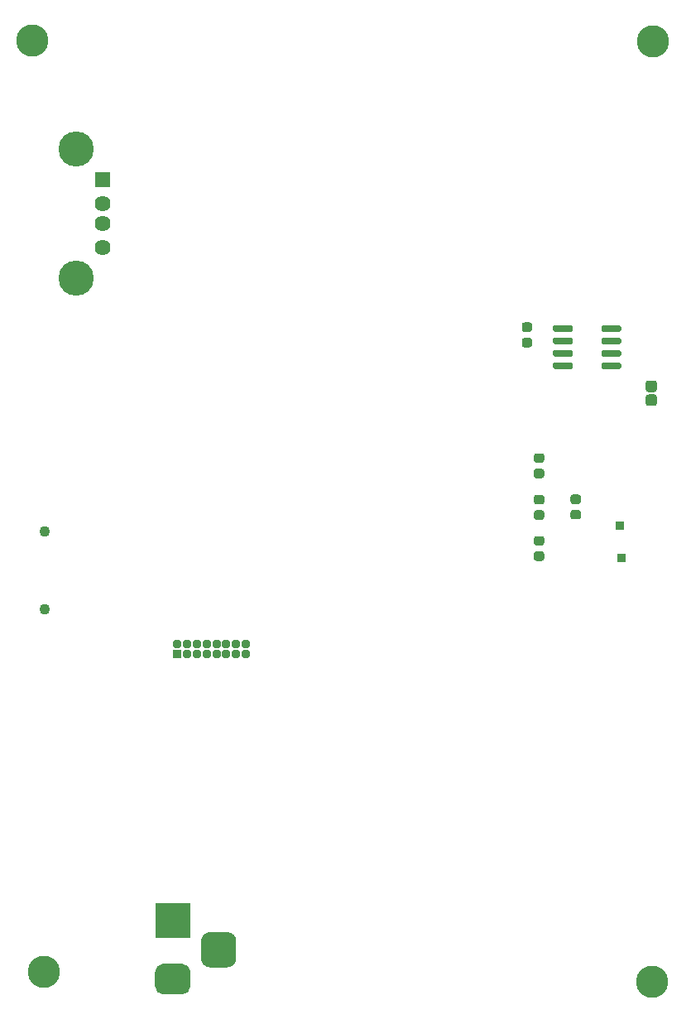
<source format=gbr>
%TF.GenerationSoftware,KiCad,Pcbnew,5.1.6-c6e7f7d~86~ubuntu18.04.1*%
%TF.CreationDate,2020-08-16T12:45:01-03:00*%
%TF.ProjectId,pcbproyecto,70636270-726f-4796-9563-746f2e6b6963,rev?*%
%TF.SameCoordinates,Original*%
%TF.FileFunction,Soldermask,Bot*%
%TF.FilePolarity,Negative*%
%FSLAX46Y46*%
G04 Gerber Fmt 4.6, Leading zero omitted, Abs format (unit mm)*
G04 Created by KiCad (PCBNEW 5.1.6-c6e7f7d~86~ubuntu18.04.1) date 2020-08-16 12:45:01*
%MOMM*%
%LPD*%
G01*
G04 APERTURE LIST*
%ADD10C,1.624000*%
%ADD11R,1.624000X1.624000*%
%ADD12C,3.600000*%
%ADD13O,0.950000X0.950000*%
%ADD14R,0.950000X0.950000*%
%ADD15C,1.098220*%
%ADD16R,3.600000X3.600000*%
%ADD17C,3.300000*%
G04 APERTURE END LIST*
%TO.C,C1*%
G36*
G01*
X68801250Y-53562500D02*
X68238750Y-53562500D01*
G75*
G02*
X67995000Y-53318750I0J243750D01*
G01*
X67995000Y-52831250D01*
G75*
G02*
X68238750Y-52587500I243750J0D01*
G01*
X68801250Y-52587500D01*
G75*
G02*
X69045000Y-52831250I0J-243750D01*
G01*
X69045000Y-53318750D01*
G75*
G02*
X68801250Y-53562500I-243750J0D01*
G01*
G37*
G36*
G01*
X68801250Y-55137500D02*
X68238750Y-55137500D01*
G75*
G02*
X67995000Y-54893750I0J243750D01*
G01*
X67995000Y-54406250D01*
G75*
G02*
X68238750Y-54162500I243750J0D01*
G01*
X68801250Y-54162500D01*
G75*
G02*
X69045000Y-54406250I0J-243750D01*
G01*
X69045000Y-54893750D01*
G75*
G02*
X68801250Y-55137500I-243750J0D01*
G01*
G37*
%TD*%
D10*
%TO.C,J3*%
X25125000Y-44950000D03*
X25125000Y-42450000D03*
X25125000Y-40450000D03*
D11*
X25125000Y-37950000D03*
D12*
X22415000Y-34880000D03*
X22415000Y-48020000D03*
%TD*%
%TO.C,U8*%
G36*
G01*
X73210000Y-53040000D02*
X73210000Y-53390000D01*
G75*
G02*
X73035000Y-53565000I-175000J0D01*
G01*
X71335000Y-53565000D01*
G75*
G02*
X71160000Y-53390000I0J175000D01*
G01*
X71160000Y-53040000D01*
G75*
G02*
X71335000Y-52865000I175000J0D01*
G01*
X73035000Y-52865000D01*
G75*
G02*
X73210000Y-53040000I0J-175000D01*
G01*
G37*
G36*
G01*
X73210000Y-54310000D02*
X73210000Y-54660000D01*
G75*
G02*
X73035000Y-54835000I-175000J0D01*
G01*
X71335000Y-54835000D01*
G75*
G02*
X71160000Y-54660000I0J175000D01*
G01*
X71160000Y-54310000D01*
G75*
G02*
X71335000Y-54135000I175000J0D01*
G01*
X73035000Y-54135000D01*
G75*
G02*
X73210000Y-54310000I0J-175000D01*
G01*
G37*
G36*
G01*
X73210000Y-55580000D02*
X73210000Y-55930000D01*
G75*
G02*
X73035000Y-56105000I-175000J0D01*
G01*
X71335000Y-56105000D01*
G75*
G02*
X71160000Y-55930000I0J175000D01*
G01*
X71160000Y-55580000D01*
G75*
G02*
X71335000Y-55405000I175000J0D01*
G01*
X73035000Y-55405000D01*
G75*
G02*
X73210000Y-55580000I0J-175000D01*
G01*
G37*
G36*
G01*
X73210000Y-56850000D02*
X73210000Y-57200000D01*
G75*
G02*
X73035000Y-57375000I-175000J0D01*
G01*
X71335000Y-57375000D01*
G75*
G02*
X71160000Y-57200000I0J175000D01*
G01*
X71160000Y-56850000D01*
G75*
G02*
X71335000Y-56675000I175000J0D01*
G01*
X73035000Y-56675000D01*
G75*
G02*
X73210000Y-56850000I0J-175000D01*
G01*
G37*
G36*
G01*
X78160000Y-56850000D02*
X78160000Y-57200000D01*
G75*
G02*
X77985000Y-57375000I-175000J0D01*
G01*
X76285000Y-57375000D01*
G75*
G02*
X76110000Y-57200000I0J175000D01*
G01*
X76110000Y-56850000D01*
G75*
G02*
X76285000Y-56675000I175000J0D01*
G01*
X77985000Y-56675000D01*
G75*
G02*
X78160000Y-56850000I0J-175000D01*
G01*
G37*
G36*
G01*
X78160000Y-55580000D02*
X78160000Y-55930000D01*
G75*
G02*
X77985000Y-56105000I-175000J0D01*
G01*
X76285000Y-56105000D01*
G75*
G02*
X76110000Y-55930000I0J175000D01*
G01*
X76110000Y-55580000D01*
G75*
G02*
X76285000Y-55405000I175000J0D01*
G01*
X77985000Y-55405000D01*
G75*
G02*
X78160000Y-55580000I0J-175000D01*
G01*
G37*
G36*
G01*
X78160000Y-54310000D02*
X78160000Y-54660000D01*
G75*
G02*
X77985000Y-54835000I-175000J0D01*
G01*
X76285000Y-54835000D01*
G75*
G02*
X76110000Y-54660000I0J175000D01*
G01*
X76110000Y-54310000D01*
G75*
G02*
X76285000Y-54135000I175000J0D01*
G01*
X77985000Y-54135000D01*
G75*
G02*
X78160000Y-54310000I0J-175000D01*
G01*
G37*
G36*
G01*
X78160000Y-53040000D02*
X78160000Y-53390000D01*
G75*
G02*
X77985000Y-53565000I-175000J0D01*
G01*
X76285000Y-53565000D01*
G75*
G02*
X76110000Y-53390000I0J175000D01*
G01*
X76110000Y-53040000D01*
G75*
G02*
X76285000Y-52865000I175000J0D01*
G01*
X77985000Y-52865000D01*
G75*
G02*
X78160000Y-53040000I0J-175000D01*
G01*
G37*
%TD*%
%TO.C,C11*%
G36*
G01*
X80938809Y-59952500D02*
X81541191Y-59952500D01*
G75*
G02*
X81815000Y-60226309I0J-273809D01*
G01*
X81815000Y-60853691D01*
G75*
G02*
X81541191Y-61127500I-273809J0D01*
G01*
X80938809Y-61127500D01*
G75*
G02*
X80665000Y-60853691I0J273809D01*
G01*
X80665000Y-60226309D01*
G75*
G02*
X80938809Y-59952500I273809J0D01*
G01*
G37*
G36*
G01*
X80938809Y-58527500D02*
X81541191Y-58527500D01*
G75*
G02*
X81815000Y-58801309I0J-273809D01*
G01*
X81815000Y-59428691D01*
G75*
G02*
X81541191Y-59702500I-273809J0D01*
G01*
X80938809Y-59702500D01*
G75*
G02*
X80665000Y-59428691I0J273809D01*
G01*
X80665000Y-58801309D01*
G75*
G02*
X80938809Y-58527500I273809J0D01*
G01*
G37*
%TD*%
D13*
%TO.C,J2*%
X39750000Y-85500000D03*
X39750000Y-86500000D03*
X38750000Y-85500000D03*
X38750000Y-86500000D03*
X37750000Y-85500000D03*
X37750000Y-86500000D03*
X36750000Y-85500000D03*
X36750000Y-86500000D03*
X35750000Y-85500000D03*
X35750000Y-86500000D03*
X34750000Y-85500000D03*
X34750000Y-86500000D03*
X33750000Y-85500000D03*
X33750000Y-86500000D03*
X32750000Y-85500000D03*
D14*
X32750000Y-86500000D03*
%TD*%
%TO.C,R27*%
G36*
G01*
X69468750Y-67550000D02*
X70031250Y-67550000D01*
G75*
G02*
X70275000Y-67793750I0J-243750D01*
G01*
X70275000Y-68281250D01*
G75*
G02*
X70031250Y-68525000I-243750J0D01*
G01*
X69468750Y-68525000D01*
G75*
G02*
X69225000Y-68281250I0J243750D01*
G01*
X69225000Y-67793750D01*
G75*
G02*
X69468750Y-67550000I243750J0D01*
G01*
G37*
G36*
G01*
X69468750Y-65975000D02*
X70031250Y-65975000D01*
G75*
G02*
X70275000Y-66218750I0J-243750D01*
G01*
X70275000Y-66706250D01*
G75*
G02*
X70031250Y-66950000I-243750J0D01*
G01*
X69468750Y-66950000D01*
G75*
G02*
X69225000Y-66706250I0J243750D01*
G01*
X69225000Y-66218750D01*
G75*
G02*
X69468750Y-65975000I243750J0D01*
G01*
G37*
%TD*%
%TO.C,R26*%
G36*
G01*
X73781250Y-71162500D02*
X73218750Y-71162500D01*
G75*
G02*
X72975000Y-70918750I0J243750D01*
G01*
X72975000Y-70431250D01*
G75*
G02*
X73218750Y-70187500I243750J0D01*
G01*
X73781250Y-70187500D01*
G75*
G02*
X74025000Y-70431250I0J-243750D01*
G01*
X74025000Y-70918750D01*
G75*
G02*
X73781250Y-71162500I-243750J0D01*
G01*
G37*
G36*
G01*
X73781250Y-72737500D02*
X73218750Y-72737500D01*
G75*
G02*
X72975000Y-72493750I0J243750D01*
G01*
X72975000Y-72006250D01*
G75*
G02*
X73218750Y-71762500I243750J0D01*
G01*
X73781250Y-71762500D01*
G75*
G02*
X74025000Y-72006250I0J-243750D01*
G01*
X74025000Y-72493750D01*
G75*
G02*
X73781250Y-72737500I-243750J0D01*
G01*
G37*
%TD*%
%TO.C,R25*%
G36*
G01*
X70031250Y-71200000D02*
X69468750Y-71200000D01*
G75*
G02*
X69225000Y-70956250I0J243750D01*
G01*
X69225000Y-70468750D01*
G75*
G02*
X69468750Y-70225000I243750J0D01*
G01*
X70031250Y-70225000D01*
G75*
G02*
X70275000Y-70468750I0J-243750D01*
G01*
X70275000Y-70956250D01*
G75*
G02*
X70031250Y-71200000I-243750J0D01*
G01*
G37*
G36*
G01*
X70031250Y-72775000D02*
X69468750Y-72775000D01*
G75*
G02*
X69225000Y-72531250I0J243750D01*
G01*
X69225000Y-72043750D01*
G75*
G02*
X69468750Y-71800000I243750J0D01*
G01*
X70031250Y-71800000D01*
G75*
G02*
X70275000Y-72043750I0J-243750D01*
G01*
X70275000Y-72531250D01*
G75*
G02*
X70031250Y-72775000I-243750J0D01*
G01*
G37*
%TD*%
%TO.C,R24*%
G36*
G01*
X70031250Y-75412500D02*
X69468750Y-75412500D01*
G75*
G02*
X69225000Y-75168750I0J243750D01*
G01*
X69225000Y-74681250D01*
G75*
G02*
X69468750Y-74437500I243750J0D01*
G01*
X70031250Y-74437500D01*
G75*
G02*
X70275000Y-74681250I0J-243750D01*
G01*
X70275000Y-75168750D01*
G75*
G02*
X70031250Y-75412500I-243750J0D01*
G01*
G37*
G36*
G01*
X70031250Y-76987500D02*
X69468750Y-76987500D01*
G75*
G02*
X69225000Y-76743750I0J243750D01*
G01*
X69225000Y-76256250D01*
G75*
G02*
X69468750Y-76012500I243750J0D01*
G01*
X70031250Y-76012500D01*
G75*
G02*
X70275000Y-76256250I0J-243750D01*
G01*
X70275000Y-76743750D01*
G75*
G02*
X70031250Y-76987500I-243750J0D01*
G01*
G37*
%TD*%
%TO.C,J6*%
X78000000Y-73400000D03*
%TD*%
%TO.C,J4*%
X78150000Y-76645000D03*
%TD*%
D15*
%TO.C,U5*%
X19168571Y-81945780D03*
X19168571Y-73949860D03*
%TD*%
%TO.C,J1*%
G36*
G01*
X37870000Y-118550000D02*
X36070000Y-118550000D01*
G75*
G02*
X35170000Y-117650000I0J900000D01*
G01*
X35170000Y-115850000D01*
G75*
G02*
X36070000Y-114950000I900000J0D01*
G01*
X37870000Y-114950000D01*
G75*
G02*
X38770000Y-115850000I0J-900000D01*
G01*
X38770000Y-117650000D01*
G75*
G02*
X37870000Y-118550000I-900000J0D01*
G01*
G37*
G36*
G01*
X33295000Y-121300000D02*
X31245000Y-121300000D01*
G75*
G02*
X30470000Y-120525000I0J775000D01*
G01*
X30470000Y-118975000D01*
G75*
G02*
X31245000Y-118200000I775000J0D01*
G01*
X33295000Y-118200000D01*
G75*
G02*
X34070000Y-118975000I0J-775000D01*
G01*
X34070000Y-120525000D01*
G75*
G02*
X33295000Y-121300000I-775000J0D01*
G01*
G37*
D16*
X32270000Y-113750000D03*
%TD*%
D17*
%TO.C,H4*%
X81432400Y-23876000D03*
%TD*%
%TO.C,H3*%
X17932400Y-23774400D03*
%TD*%
%TO.C,H2*%
X19100800Y-118973600D03*
%TD*%
%TO.C,H1*%
X81280000Y-120040400D03*
%TD*%
M02*

</source>
